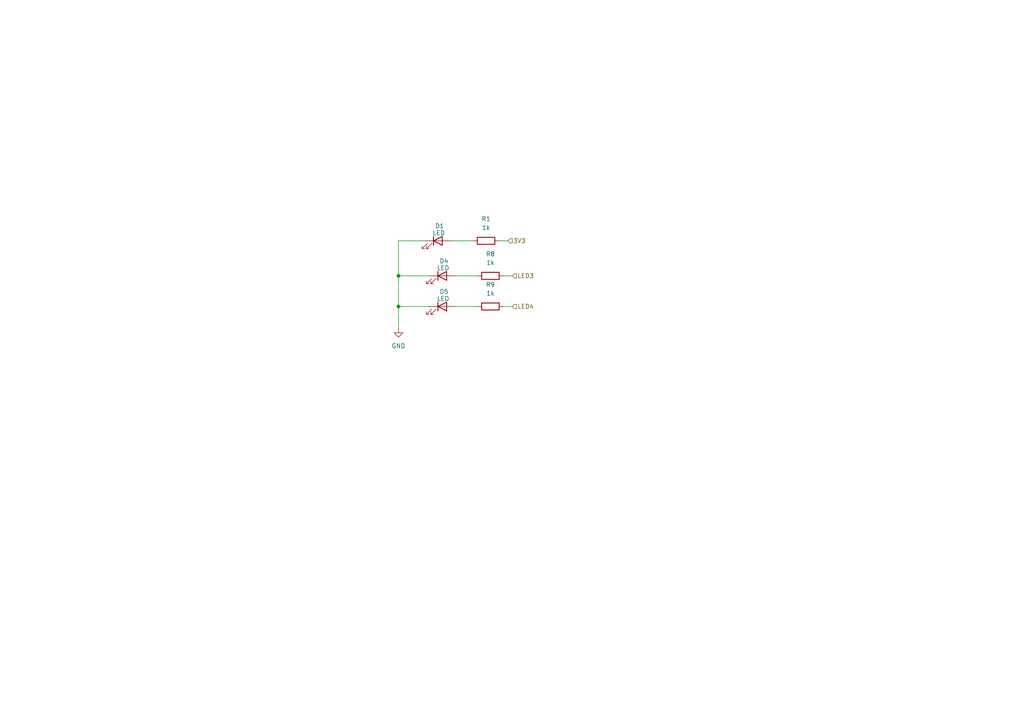
<source format=kicad_sch>
(kicad_sch (version 20250114) (generator "eeschema") (generator_version "9.0")
  (paper "A4")
  (title_block (title "ESP32 Board") (date "2025-10-18") (rev "2") (company "Team 0-06"))
  (lib_symbols
    (symbol "Device:LED" (pin_numbers (hide yes)) (pin_names (offset 1.016) (hide yes))
      (property "Reference" "D" (at 0 2.54 0))
      (property "Value" "LED" (at 0 -2.54 0))
      (symbol "LED_0_1"
        (polyline (pts (xy -3.048 -0.762) (xy -4.572 -2.286) (xy -3.81 -2.286) (xy -4.572 -2.286) (xy -4.572 -1.524)))
        (polyline (pts (xy -1.778 -0.762) (xy -3.302 -2.286) (xy -2.54 -2.286) (xy -3.302 -2.286) (xy -3.302 -1.524)))
        (polyline (pts (xy -1.27 0) (xy 1.27 0)))
        (polyline (pts (xy -1.27 -1.27) (xy -1.27 1.27)) (stroke (width 0.254)))
        (polyline (pts (xy 1.27 -1.27) (xy 1.27 1.27) (xy -1.27 0) (xy 1.27 -1.27)) (stroke (width 0.254)))
      )
      (symbol "LED_1_1"
        (pin passive line (at -3.81 0 0) (length 2.54) (name "K") (number "1"))
        (pin passive line (at 3.81 0 180) (length 2.54) (name "A") (number "2"))
      )
    )
    (symbol "Device:R" (pin_numbers (hide yes)) (pin_names (offset 0))
      (property "Reference" "R" (at 2.032 0 90))
      (property "Value" "R" (at 0 0 90))
      (symbol "R_0_1"
        (rectangle (start -1.016 -2.54) (end 1.016 2.54) (stroke (width 0.254)))
      )
      (symbol "R_1_1"
        (pin passive line (at 0 3.81 270) (length 1.27) (name "~") (number "1"))
        (pin passive line (at 0 -3.81 90) (length 1.27) (name "~") (number "2"))
      )
    )
    (symbol "power:GND" (power) (pin_numbers (hide yes)) (pin_names (offset 0) (hide yes))
      (property "Value" "GND" (at 0 -3.81 0))
      (symbol "GND_0_1"
        (polyline (pts (xy 0 0) (xy 0 -1.27) (xy 1.27 -1.27) (xy 0 -2.54) (xy -1.27 -1.27) (xy 0 -1.27)))
      )
      (symbol "GND_1_1"
        (pin power_in line (at 0 0 270) (length 0) (name "~") (number "1"))
      )
    )
  )
  (junction (at 115.57 88.9))
  (junction (at 115.57 80.01))
  (wire (pts (xy 124.46 80.01) (xy 115.57 80.01)))
  (wire (pts (xy 123.19 69.85) (xy 115.57 69.85)))
  (wire (pts (xy 147.32 69.85) (xy 144.78 69.85)))
  (wire (pts (xy 130.81 69.85) (xy 137.16 69.85)))
  (wire (pts (xy 148.59 80.01) (xy 146.05 80.01)))
  (wire (pts (xy 115.57 88.9) (xy 115.57 95.25)))
  (wire (pts (xy 132.08 80.01) (xy 138.43 80.01)))
  (wire (pts (xy 115.57 80.01) (xy 115.57 88.9)))
  (wire (pts (xy 115.57 69.85) (xy 115.57 80.01)))
  (wire (pts (xy 115.57 88.9) (xy 124.46 88.9)))
  (wire (pts (xy 148.59 88.9) (xy 146.05 88.9)))
  (wire (pts (xy 132.08 88.9) (xy 138.43 88.9)))
  (hierarchical_label "LED3" (shape input) (at 148.59 80.01 0))
  (hierarchical_label "3V3" (shape input) (at 147.32 69.85 0))
  (hierarchical_label "LED4" (shape input) (at 148.59 88.9 0))
  (symbol (lib_id "Device:R") (at 142.24 80.01 90) (unit 1)
    (property "Reference" "R8" (at 142.24 73.66 90))
    (property "Value" "1k" (at 142.24 76.2 90))
    (property "Footprint" "Resistor_SMD:R_0603_1608Metric" (effects (hide yes)))
    (property "Description" "Resistor" (effects (hide yes)))
  )
  (symbol (lib_id "Device:LED") (at 128.27 88.9 0) (unit 1)
    (property "Reference" "D5" (at 128.778 84.582 0))
    (property "Value" "LED" (at 128.524 86.614 0))
    (property "Footprint" "LED_SMD:LED_0603_1608Metric" (effects (hide yes)))
    (property "Description" "Light emitting diode" (effects (hide yes)))
    (property "Sim.Pins" "1=K 2=A" (effects (hide yes)))
  )
  (symbol (lib_id "power:GND") (at 115.57 95.25 0) (unit 1)
    (property "Reference" "#PWR014" (effects (hide yes)))
    (property "Value" "GND" (at 115.57 100.33 0))
    (property "Description" "Power symbol creates a global label with name \"GND\" , ground" (effects (hide yes)))
  )
  (symbol (lib_id "Device:LED") (at 127 69.85 0) (unit 1)
    (property "Reference" "D1" (at 127.508 65.532 0))
    (property "Value" "LED" (at 127.254 67.564 0))
    (property "Footprint" "LED_SMD:LED_0603_1608Metric" (effects (hide yes)))
    (property "Description" "Light emitting diode" (effects (hide yes)))
    (property "Sim.Pins" "1=K 2=A" (effects (hide yes)))
  )
  (symbol (lib_id "Device:R") (at 140.97 69.85 90) (unit 1)
    (property "Reference" "R1" (at 140.97 63.5 90))
    (property "Value" "1k" (at 140.97 66.04 90))
    (property "Footprint" "Resistor_SMD:R_0603_1608Metric" (effects (hide yes)))
    (property "Description" "Resistor" (effects (hide yes)))
  )
  (symbol (lib_id "Device:R") (at 142.24 88.9 90) (unit 1)
    (property "Reference" "R9" (at 142.24 82.55 90))
    (property "Value" "1k" (at 142.24 85.09 90))
    (property "Footprint" "Resistor_SMD:R_0603_1608Metric" (effects (hide yes)))
    (property "Description" "Resistor" (effects (hide yes)))
  )
  (symbol (lib_id "Device:LED") (at 128.27 80.01 0) (unit 1)
    (property "Reference" "D4" (at 128.778 75.692 0))
    (property "Value" "LED" (at 128.524 77.724 0))
    (property "Footprint" "LED_SMD:LED_0603_1608Metric" (effects (hide yes)))
    (property "Description" "Light emitting diode" (effects (hide yes)))
    (property "Sim.Pins" "1=K 2=A" (effects (hide yes)))
  )
)
</source>
